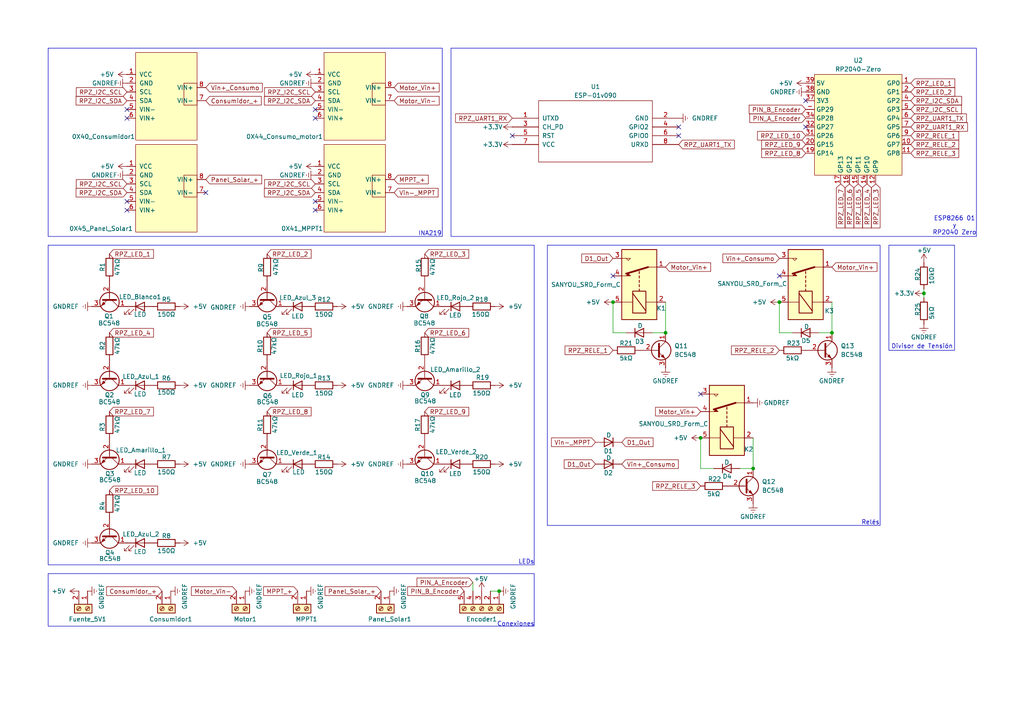
<source format=kicad_sch>
(kicad_sch (version 20231120) (generator "eeschema") (generator_version "8.0")
  (paper "A4")
  (title_block (title "Etapa de Control") (date "28/10/2024") (rev "2") (company "IMPA - Gravicap"))
  (junction (at 241.3 96.52))
  (junction (at 177.8 87.63))
  (junction (at 267.97 85.09))
  (junction (at 193.04 96.52))
  (junction (at 203.2 127))
  (junction (at 226.06 87.63))
  (junction (at 144.78 171.45))
  (junction (at 218.44 135.89))
  (no_connect (at 148.59 39.37))
  (no_connect (at 196.85 39.37))
  (no_connect (at 59.69 55.88))
  (no_connect (at 233.68 36.83))
  (no_connect (at 36.83 58.42))
  (no_connect (at 91.44 60.96))
  (no_connect (at 177.8 80.01))
  (no_connect (at 91.44 58.42))
  (no_connect (at 196.85 36.83))
  (no_connect (at 36.83 34.29))
  (no_connect (at 91.44 34.29))
  (no_connect (at 36.83 31.75))
  (no_connect (at 91.44 31.75))
  (no_connect (at 233.68 29.21))
  (no_connect (at 36.83 60.96))
  (no_connect (at 203.2 114.3))
  (no_connect (at 226.06 80.01))
  (wire (pts (xy 142.24 171.45) (xy 144.78 171.45)))
  (wire (pts (xy 267.97 85.09) (xy 267.97 86.36)))
  (wire (pts (xy 229.87 96.52) (xy 226.06 96.52)))
  (wire (pts (xy 193.04 87.63) (xy 193.04 96.52)))
  (wire (pts (xy 241.3 96.52) (xy 241.3 87.63)))
  (wire (pts (xy 137.16 168.91) (xy 137.16 171.45)))
  (wire (pts (xy 203.2 135.89) (xy 203.2 127)))
  (wire (pts (xy 214.63 135.89) (xy 218.44 135.89)))
  (wire (pts (xy 218.44 135.89) (xy 218.44 127)))
  (wire (pts (xy 181.61 96.52) (xy 177.8 96.52)))
  (wire (pts (xy 177.8 96.52) (xy 177.8 87.63)))
  (wire (pts (xy 226.06 96.52) (xy 226.06 87.63)))
  (wire (pts (xy 267.97 83.82) (xy 267.97 85.09)))
  (wire (pts (xy 207.01 135.89) (xy 203.2 135.89)))
  (wire (pts (xy 189.23 96.52) (xy 193.04 96.52)))
  (wire (pts (xy 237.49 96.52) (xy 241.3 96.52)))
  (rectangle (start 257.81 71.12) (end 276.86 101.6))
  (rectangle (start 158.75 71.12) (end 255.27 152.4))
  (rectangle (start 13.97 13.97) (end 128.27 68.58))
  (rectangle (start 13.97 71.12) (end 154.94 163.83))
  (rectangle (start 13.97 166.37) (end 154.94 181.61))
  (rectangle (start 130.81 13.97) (end 283.21 68.58))
  (text "Relés" (at 252.476 151.638 0) (effects (font (size 1.27 1.27))))
  (text "INA219" (at 124.714 67.818 0) (effects (font (size 1.27 1.27))))
  (text "ESP8266 01\ny\nRP2040 Zero" (at 276.86 65.532 0) (effects (font (size 1.27 1.27))))
  (text "Divisor de Tensión" (at 267.462 100.584 0) (effects (font (size 1.27 1.27))))
  (text "LEDs" (at 152.654 163.068 0) (effects (font (size 1.27 1.27))))
  (text "Conexiones" (at 149.606 181.102 0) (effects (font (size 1.27 1.27))))
  (global_label "RPZ_I2C_SCL" (shape input) (at 36.83 53.34 180) (property "Intersheetrefs" "${INTERSHEET_REFS}" (effects (hide yes))))
  (global_label "RPZ_LED_3" (shape input) (at 254 53.34 270) (property "Intersheetrefs" "${INTERSHEET_REFS}" (effects (hide yes))))
  (global_label "RPZ_LED_3" (shape input) (at 123.19 73.66 0) (property "Intersheetrefs" "${INTERSHEET_REFS}" (effects (hide yes))))
  (global_label "RPZ_RELE_1" (shape input) (at 177.8 101.6 180) (property "Intersheetrefs" "${INTERSHEET_REFS}" (effects (hide yes))))
  (global_label "RPZ_I2C_SDA" (shape input) (at 36.83 29.21 180) (property "Intersheetrefs" "${INTERSHEET_REFS}" (effects (hide yes))))
  (global_label "PIN_B_Encoder" (shape input) (at 233.68 31.75 180) (property "Intersheetrefs" "${INTERSHEET_REFS}" (effects (hide yes))))
  (global_label "RPZ_RELE_2" (shape input) (at 226.06 101.6 180) (property "Intersheetrefs" "${INTERSHEET_REFS}" (effects (hide yes))))
  (global_label "MPPT_+" (shape input) (at 86.36 171.45 180) (property "Intersheetrefs" "${INTERSHEET_REFS}" (effects (hide yes))))
  (global_label "Vin+_Consumo" (shape input) (at 180.34 134.62 0) (property "Intersheetrefs" "${INTERSHEET_REFS}" (effects (hide yes))))
  (global_label "RPZ_LED_9" (shape input) (at 123.19 119.38 0) (property "Intersheetrefs" "${INTERSHEET_REFS}" (effects (hide yes))))
  (global_label "RPZ_I2C_SCL" (shape input) (at 91.44 53.34 180) (property "Intersheetrefs" "${INTERSHEET_REFS}" (effects (hide yes))))
  (global_label "Vin+_Consumo" (shape input) (at 59.69 25.4 0) (property "Intersheetrefs" "${INTERSHEET_REFS}" (effects (hide yes))))
  (global_label "Panel_Solar_+" (shape input) (at 110.49 171.45 180) (property "Intersheetrefs" "${INTERSHEET_REFS}" (effects (hide yes))))
  (global_label "Panel_Solar_+" (shape input) (at 59.69 52.07 0) (property "Intersheetrefs" "${INTERSHEET_REFS}" (effects (hide yes))))
  (global_label "RPZ_LED_6" (shape input) (at 246.38 53.34 270) (property "Intersheetrefs" "${INTERSHEET_REFS}" (effects (hide yes))))
  (global_label "RPZ_I2C_SDA" (shape input) (at 91.44 55.88 180) (property "Intersheetrefs" "${INTERSHEET_REFS}" (effects (hide yes))))
  (global_label "RPZ_LED_5" (shape input) (at 77.47 96.52 0) (property "Intersheetrefs" "${INTERSHEET_REFS}" (effects (hide yes))))
  (global_label "RPZ_LED_4" (shape input) (at 31.75 96.52 0) (property "Intersheetrefs" "${INTERSHEET_REFS}" (effects (hide yes))))
  (global_label "RPZ_RELE_3" (shape input) (at 203.2 140.97 180) (property "Intersheetrefs" "${INTERSHEET_REFS}" (effects (hide yes))))
  (global_label "Motor_Vin-" (shape input) (at 114.3 29.21 0) (property "Intersheetrefs" "${INTERSHEET_REFS}" (effects (hide yes))))
  (global_label "RPZ_LED_10" (shape input) (at 31.75 142.24 0) (property "Intersheetrefs" "${INTERSHEET_REFS}" (effects (hide yes))))
  (global_label "RPZ_I2C_SCL" (shape input) (at 264.16 31.75 0) (property "Intersheetrefs" "${INTERSHEET_REFS}" (effects (hide yes))))
  (global_label "RPZ_LED_6" (shape input) (at 123.19 96.52 0) (property "Intersheetrefs" "${INTERSHEET_REFS}" (effects (hide yes))))
  (global_label "Consumidor_+" (shape input) (at 59.69 29.21 0) (property "Intersheetrefs" "${INTERSHEET_REFS}" (effects (hide yes))))
  (global_label "Motor_Vin+" (shape input) (at 203.2 119.38 180) (property "Intersheetrefs" "${INTERSHEET_REFS}" (effects (hide yes))))
  (global_label "PIN_B_Encoder" (shape input) (at 134.62 171.45 180) (property "Intersheetrefs" "${INTERSHEET_REFS}" (effects (hide yes))))
  (global_label "PIN_A_Encoder" (shape input) (at 233.68 34.29 180) (property "Intersheetrefs" "${INTERSHEET_REFS}" (effects (hide yes))))
  (global_label "RPZ_I2C_SCL" (shape input) (at 91.44 26.67 180) (property "Intersheetrefs" "${INTERSHEET_REFS}" (effects (hide yes))))
  (global_label "RPZ_RELE_3" (shape input) (at 264.16 44.45 0) (property "Intersheetrefs" "${INTERSHEET_REFS}" (effects (hide yes))))
  (global_label "RPZ_LED_10" (shape input) (at 233.68 39.37 180) (property "Intersheetrefs" "${INTERSHEET_REFS}" (effects (hide yes))))
  (global_label "RPZ_UART1_RX" (shape input) (at 264.16 36.83 0) (property "Intersheetrefs" "${INTERSHEET_REFS}" (effects (hide yes))))
  (global_label "RPZ_UART1_TX" (shape input) (at 264.16 34.29 0) (property "Intersheetrefs" "${INTERSHEET_REFS}" (effects (hide yes))))
  (global_label "RPZ_LED_4" (shape input) (at 251.46 53.34 270) (property "Intersheetrefs" "${INTERSHEET_REFS}" (effects (hide yes))))
  (global_label "RPZ_I2C_SDA" (shape input) (at 91.44 29.21 180) (property "Intersheetrefs" "${INTERSHEET_REFS}" (effects (hide yes))))
  (global_label "Motor_Vin-" (shape input) (at 68.58 171.45 180) (property "Intersheetrefs" "${INTERSHEET_REFS}" (effects (hide yes))))
  (global_label "RPZ_LED_5" (shape input) (at 248.92 53.34 270) (property "Intersheetrefs" "${INTERSHEET_REFS}" (effects (hide yes))))
  (global_label "RPZ_LED_7" (shape input) (at 243.84 53.34 270) (property "Intersheetrefs" "${INTERSHEET_REFS}" (effects (hide yes))))
  (global_label "Motor_Vin+" (shape input) (at 241.3 77.47 0) (property "Intersheetrefs" "${INTERSHEET_REFS}" (effects (hide yes))))
  (global_label "Motor_Vin+" (shape input) (at 193.04 77.47 0) (property "Intersheetrefs" "${INTERSHEET_REFS}" (effects (hide yes))))
  (global_label "RPZ_LED_2" (shape input) (at 77.47 73.66 0) (property "Intersheetrefs" "${INTERSHEET_REFS}" (effects (hide yes))))
  (global_label "RPZ_UART1_TX" (shape input) (at 196.85 41.91 0) (property "Intersheetrefs" "${INTERSHEET_REFS}" (effects (hide yes))))
  (global_label "RPZ_I2C_SDA" (shape input) (at 264.16 29.21 0) (property "Intersheetrefs" "${INTERSHEET_REFS}" (effects (hide yes))))
  (global_label "D1_Out" (shape input) (at 172.72 134.62 180) (property "Intersheetrefs" "${INTERSHEET_REFS}" (effects (hide yes))))
  (global_label "RPZ_LED_8" (shape input) (at 233.68 44.45 180) (property "Intersheetrefs" "${INTERSHEET_REFS}" (effects (hide yes))))
  (global_label "Consumidor_+" (shape input) (at 46.99 171.45 180) (property "Intersheetrefs" "${INTERSHEET_REFS}" (effects (hide yes))))
  (global_label "RPZ_UART1_RX" (shape input) (at 148.59 34.29 180) (property "Intersheetrefs" "${INTERSHEET_REFS}" (effects (hide yes))))
  (global_label "RPZ_LED_8" (shape input) (at 77.47 119.38 0) (property "Intersheetrefs" "${INTERSHEET_REFS}" (effects (hide yes))))
  (global_label "PIN_A_Encoder" (shape input) (at 137.16 168.91 180) (property "Intersheetrefs" "${INTERSHEET_REFS}" (effects (hide yes))))
  (global_label "RPZ_LED_7" (shape input) (at 31.75 119.38 0) (property "Intersheetrefs" "${INTERSHEET_REFS}" (effects (hide yes))))
  (global_label "RPZ_RELE_2" (shape input) (at 264.16 41.91 0) (property "Intersheetrefs" "${INTERSHEET_REFS}" (effects (hide yes))))
  (global_label "Vin-_MPPT" (shape input) (at 114.3 55.88 0) (property "Intersheetrefs" "${INTERSHEET_REFS}" (effects (hide yes))))
  (global_label "RPZ_RELE_1" (shape input) (at 264.16 39.37 0) (property "Intersheetrefs" "${INTERSHEET_REFS}" (effects (hide yes))))
  (global_label "RPZ_LED_1" (shape input) (at 31.75 73.66 0) (property "Intersheetrefs" "${INTERSHEET_REFS}" (effects (hide yes))))
  (global_label "RPZ_LED_1" (shape input) (at 264.16 24.13 0) (property "Intersheetrefs" "${INTERSHEET_REFS}" (effects (hide yes))))
  (global_label "Vin-_MPPT" (shape input) (at 172.72 128.27 180) (property "Intersheetrefs" "${INTERSHEET_REFS}" (effects (hide yes))))
  (global_label "Motor_Vin+" (shape input) (at 114.3 25.4 0) (property "Intersheetrefs" "${INTERSHEET_REFS}" (effects (hide yes))))
  (global_label "MPPT_+" (shape input) (at 114.3 52.07 0) (property "Intersheetrefs" "${INTERSHEET_REFS}" (effects (hide yes))))
  (global_label "D1_Out" (shape input) (at 177.8 74.93 180) (property "Intersheetrefs" "${INTERSHEET_REFS}" (effects (hide yes))))
  (global_label "D1_Out" (shape input) (at 180.34 128.27 0) (property "Intersheetrefs" "${INTERSHEET_REFS}" (effects (hide yes))))
  (global_label "Vin+_Consumo" (shape input) (at 226.06 74.93 180) (property "Intersheetrefs" "${INTERSHEET_REFS}" (effects (hide yes))))
  (global_label "RPZ_I2C_SCL" (shape input) (at 36.83 26.67 180) (property "Intersheetrefs" "${INTERSHEET_REFS}" (effects (hide yes))))
  (global_label "RPZ_LED_9" (shape input) (at 233.68 41.91 180) (property "Intersheetrefs" "${INTERSHEET_REFS}" (effects (hide yes))))
  (global_label "RPZ_I2C_SDA" (shape input) (at 36.83 55.88 180) (property "Intersheetrefs" "${INTERSHEET_REFS}" (effects (hide yes))))
  (global_label "RPZ_LED_2" (shape input) (at 264.16 26.67 0) (property "Intersheetrefs" "${INTERSHEET_REFS}" (effects (hide yes))))
  (symbol (lib_id "Device:R") (at 139.7 111.76 270) (unit 1)
    (property "Reference" "R19" (at 139.954 109.474 90))
    (property "Value" "150Ω" (at 139.7 114.046 90))
    (property "Footprint" "Resistor_THT:R_Axial_DIN0204_L3.6mm_D1.6mm_P7.62mm_Horizontal" (effects (hide yes)))
    (property "Description" "Resistor" (effects (hide yes)))
  )
  (symbol (lib_id "Device:R") (at 93.98 134.62 270) (unit 1)
    (property "Reference" "R14" (at 93.98 132.588 90))
    (property "Value" "150Ω" (at 93.98 136.906 90))
    (property "Footprint" "Resistor_THT:R_Axial_DIN0204_L3.6mm_D1.6mm_P7.62mm_Horizontal" (effects (hide yes)))
    (property "Description" "Resistor" (effects (hide yes)))
  )
  (symbol (lib_id "Device:R") (at 31.75 146.05 180) (unit 1)
    (property "Reference" "R4" (at 29.718 148.082 90) (effects (justify right)))
    (property "Value" "47kΩ" (at 34.036 148.59 90) (effects (justify right)))
    (property "Footprint" "Resistor_THT:R_Axial_DIN0204_L3.6mm_D1.6mm_P7.62mm_Horizontal" (effects (hide yes)))
    (property "Description" "Resistor" (effects (hide yes)))
  )
  (symbol (lib_id "Device:R") (at 267.97 90.17 180) (unit 1)
    (property "Reference" "R25" (at 266.192 91.694 90) (effects (justify right)))
    (property "Value" "5kΩ" (at 270.256 92.71 90) (effects (justify right)))
    (property "Footprint" "Resistor_THT:R_Axial_DIN0204_L3.6mm_D1.6mm_P7.62mm_Horizontal" (effects (hide yes)))
    (property "Description" "Resistor" (effects (hide yes)))
  )
  (symbol (lib_id "Transistor_BJT:BC548") (at 190.5 101.6 0) (unit 1)
    (property "Reference" "Q11" (at 195.58 100.3299 0) (effects (justify left)))
    (property "Value" "BC548" (at 195.58 102.8699 0) (effects (justify left)))
    (property "Footprint" "Package_TO_SOT_THT:TO-92_Inline" (effects (hide yes)))
    (property "Datasheet" "https://www.onsemi.com/pub/Collateral/BC550-D.pdf" (effects (hide yes)))
    (property "Description" "0.1A Ic, 30V Vce, Small Signal NPN Transistor, TO-92" (effects (hide yes)))
  )
  (symbol (lib_id "power:+5V") (at 203.2 127 90) (unit 1)
    (property "Reference" "#PWR043" (effects (hide yes)))
    (property "Value" "+5V" (at 199.39 126.9999 90) (effects (justify left)))
    (property "Description" "Power symbol creates a global label with name \"+5V\"" (effects (hide yes)))
  )
  (symbol (lib_id "power:+5V") (at 143.51 111.76 270) (unit 1)
    (property "Reference" "#PWR035" (effects (hide yes)))
    (property "Value" "+5V" (at 147.32 111.7599 90) (effects (justify left)))
    (property "Description" "Power symbol creates a global label with name \"+5V\"" (effects (hide yes)))
  )
  (symbol (lib_id "power:GNDREF") (at 233.68 26.67 270) (unit 1)
    (property "Reference" "#PWR048" (effects (hide yes)))
    (property "Value" "GNDREF" (at 227.076 26.67 90))
    (property "Description" "Power symbol creates a global label with name \"GNDREF\" , reference supply ground" (effects (hide yes)))
  )
  (symbol (lib_id "power:GNDREF") (at 118.11 111.76 270) (unit 1)
    (property "Reference" "#PWR031" (effects (hide yes)))
    (property "Value" "GNDREF" (at 114.3 111.7599 90) (effects (justify right)))
    (property "Description" "Power symbol creates a global label with name \"GNDREF\" , reference supply ground" (effects (hide yes)))
  )
  (symbol (lib_id "Connector:Screw_Terminal_01x05") (at 139.7 176.53 270) (unit 1)
    (property "Reference" "Encoder1" (at 139.7 179.59 90))
    (property "Value" "Screw_Terminal_01x05" (effects (hide yes)))
    (property "Footprint" "TerminalBlock:TerminalBlock_bornier-5_P5.08mm" (effects (hide yes)))
    (property "Description" "Generic screw terminal, single row, 01x05, script generated (kicad-library-utils/schlib/autogen/connector/)" (effects (hide yes)))
  )
  (symbol (lib_id "power:GNDREF") (at 144.78 171.45 90) (unit 1)
    (property "Reference" "#PWR037" (effects (hide yes)))
    (property "Value" "GNDREF" (at 148.844 172.974 0))
    (property "Description" "Power symbol creates a global label with name \"GNDREF\" , reference supply ground" (effects (hide yes)))
  )
  (symbol (lib_name "module_ina219_2") (lib_id "usini_sensors:module_ina219") (at 91.44 26.67 0) (unit 1)
    (property "Reference" "0X44_Consumo_motor1" (at 71.374 39.624 0) (effects (justify left)))
    (property "Value" "module_ina219" (effects (hide yes)))
    (property "Footprint" "RP2040-Zero:module_ina219" (effects (hide yes)))
  )
  (symbol (lib_id "Device:R") (at 77.47 123.19 180) (unit 1)
    (property "Reference" "R11" (at 75.438 125.222 90) (effects (justify right)))
    (property "Value" "47kΩ" (at 79.756 125.73 90) (effects (justify right)))
    (property "Footprint" "Resistor_THT:R_Axial_DIN0204_L3.6mm_D1.6mm_P7.62mm_Horizontal" (effects (hide yes)))
    (property "Description" "Resistor" (effects (hide yes)))
  )
  (symbol (lib_id "Device:R") (at 48.26 157.48 270) (unit 1)
    (property "Reference" "R8" (at 48.26 155.448 90))
    (property "Value" "150Ω" (at 48.26 159.766 90))
    (property "Footprint" "Resistor_THT:R_Axial_DIN0204_L3.6mm_D1.6mm_P7.62mm_Horizontal" (effects (hide yes)))
    (property "Description" "Resistor" (effects (hide yes)))
  )
  (symbol (lib_id "power:+3.3V") (at 148.59 41.91 90) (unit 1)
    (property "Reference" "#PWR039" (effects (hide yes)))
    (property "Value" "+3.3V" (at 145.796 41.91 90) (effects (justify left)))
    (property "Description" "Power symbol creates a global label with name \"+3.3V\"" (effects (hide yes)))
  )
  (symbol (lib_id "power:GNDREF") (at 118.11 134.62 270) (unit 1)
    (property "Reference" "#PWR032" (effects (hide yes)))
    (property "Value" "GNDREF" (at 114.3 134.6199 90) (effects (justify right)))
    (property "Description" "Power symbol creates a global label with name \"GNDREF\" , reference supply ground" (effects (hide yes)))
  )
  (symbol (lib_id "Device:D") (at 176.53 134.62 180) (unit 1)
    (property "Reference" "D2" (at 177.8001 137.16 0) (effects (justify left)))
    (property "Value" "D" (at 177.292 132.842 0) (effects (justify left)))
    (property "Footprint" "Diode_THT:D_5W_P10.16mm_Horizontal" (effects (hide yes)))
    (property "Description" "Diode" (effects (hide yes)))
    (property "Sim.Device" "D" (effects (hide yes)))
    (property "Sim.Pins" "1=K 2=A" (effects (hide yes)))
  )
  (symbol (lib_id "ESP8266:ESP-01v090") (at 172.72 38.1 0) (unit 1)
    (property "Reference" "U1" (at 172.72 25.146 0))
    (property "Value" "ESP-01v090" (at 172.72 27.686 0))
    (property "Footprint" "RP2040-Zero:ESP-01" (effects (hide yes)))
    (property "Datasheet" "http://l0l.org.uk/2014/12/esp8266-modules-hardware-guide-gotta-catch-em-all/" (effects (hide yes)))
    (property "Description" "ESP8266 ESP-01 module, v090" (effects (hide yes)))
  )
  (symbol (lib_id "Relay:SANYOU_SRD_Form_C") (at 185.42 82.55 90) (unit 1)
    (property "Reference" "K1" (at 191.77 89.408 90))
    (property "Value" "SANYOU_SRD_Form_C" (at 169.926 82.55 90))
    (property "Footprint" "Relay_THT:Relay_SPDT_SANYOU_SRD_Series_Form_C" (effects (hide yes)))
    (property "Datasheet" "http://www.sanyourelay.ca/public/products/pdf/SRD.pdf" (effects (hide yes)))
    (property "Description" "Sanyo SRD relay, Single Pole Miniature Power Relay," (effects (hide yes)))
  )
  (symbol (lib_id "Device:LED") (at 132.08 88.9 0) (unit 1)
    (property "Reference" "LED_Rojo_2" (at 132.08 86.36 0))
    (property "Value" "LED" (at 132.08 91.44 0))
    (property "Footprint" "LED_THT:LED_D3.0mm" (effects (hide yes)))
    (property "Description" "Light emitting diode" (effects (hide yes)))
  )
  (symbol (lib_id "Device:R") (at 123.19 77.47 180) (unit 1)
    (property "Reference" "R15" (at 121.412 78.994 90) (effects (justify right)))
    (property "Value" "47kΩ" (at 125.476 80.01 90) (effects (justify right)))
    (property "Footprint" "Resistor_THT:R_Axial_DIN0204_L3.6mm_D1.6mm_P7.62mm_Horizontal" (effects (hide yes)))
    (property "Description" "Resistor" (effects (hide yes)))
  )
  (symbol (lib_id "power:GNDREF") (at 49.53 171.45 90) (unit 1)
    (property "Reference" "#PWR011" (effects (hide yes)))
    (property "Value" "GNDREF" (at 53.594 172.974 0))
    (property "Description" "Power symbol creates a global label with name \"GNDREF\" , reference supply ground" (effects (hide yes)))
  )
  (symbol (lib_id "power:+5V") (at 36.83 48.26 90) (unit 1)
    (property "Reference" "#PWR09" (effects (hide yes)))
    (property "Value" "+5V" (at 33.02 48.2599 90) (effects (justify left)))
    (property "Description" "Power symbol creates a global label with name \"+5V\"" (effects (hide yes)))
  )
  (symbol (lib_id "Connector:Screw_Terminal_01x02") (at 88.9 176.53 270) (unit 1)
    (property "Reference" "MPPT1" (at 88.9 179.59 90))
    (property "Value" "Screw_Terminal_01x02" (effects (hide yes)))
    (property "Footprint" "TerminalBlock:TerminalBlock_bornier-2_P5.08mm" (effects (hide yes)))
    (property "Description" "Generic screw terminal, single row, 01x02, script generated (kicad-library-utils/schlib/autogen/connector/)" (effects (hide yes)))
  )
  (symbol (lib_id "Transistor_BJT:BC548") (at 77.47 109.22 270) (unit 1)
    (property "Reference" "Q6" (at 76.2 114.808 90) (effects (justify left)))
    (property "Value" "BC548" (at 74.422 116.586 90) (effects (justify left)))
    (property "Footprint" "Package_TO_SOT_THT:TO-92_Inline" (effects (hide yes)))
    (property "Datasheet" "https://www.onsemi.com/pub/Collateral/BC550-D.pdf" (effects (hide yes)))
    (property "Description" "0.1A Ic, 30V Vce, Small Signal NPN Transistor, TO-92" (effects (hide yes)))
  )
  (symbol (lib_id "power:GNDREF") (at 218.44 146.05 0) (unit 1)
    (property "Reference" "#PWR045" (effects (hide yes)))
    (property "Value" "GNDREF" (at 218.44 149.86 0))
    (property "Description" "Power symbol creates a global label with name \"GNDREF\" , reference supply ground" (effects (hide yes)))
  )
  (symbol (lib_id "power:+5V") (at 139.7 171.45 0) (unit 1)
    (property "Reference" "#PWR033" (effects (hide yes)))
    (property "Value" "+5V" (at 139.446 167.894 0))
    (property "Description" "Power symbol creates a global label with name \"+5V\"" (effects (hide yes)))
  )
  (symbol (lib_name "module_ina219_3") (lib_id "usini_sensors:module_ina219") (at 36.83 26.67 0) (unit 1)
    (property "Reference" "0X40_Consumidor1" (at 20.828 39.624 0) (effects (justify left)))
    (property "Value" "module_ina219" (effects (hide yes)))
    (property "Footprint" "RP2040-Zero:module_ina219" (effects (hide yes)))
  )
  (symbol (lib_id "Device:D") (at 210.82 135.89 0) (unit 1)
    (property "Reference" "D4" (at 209.55 138.176 0) (effects (justify left)))
    (property "Value" "D" (at 210.058 134.112 0) (effects (justify left)))
    (property "Footprint" "Diode_THT:D_5W_P10.16mm_Horizontal" (effects (hide yes)))
    (property "Description" "Diode" (effects (hide yes)))
    (property "Sim.Device" "D" (effects (hide yes)))
    (property "Sim.Pins" "1=K 2=A" (effects (hide yes)))
  )
  (symbol (lib_id "Device:LED") (at 132.08 134.62 0) (unit 1)
    (property "Reference" "LED_Verde_2" (at 132.334 131.064 0))
    (property "Value" "LED" (at 132.08 137.414 0))
    (property "Footprint" "LED_THT:LED_D3.0mm" (effects (hide yes)))
    (property "Description" "Light emitting diode" (effects (hide yes)))
  )
  (symbol (lib_id "power:+5V") (at 52.07 157.48 270) (unit 1)
    (property "Reference" "#PWR015" (effects (hide yes)))
    (property "Value" "+5V" (at 55.88 157.4799 90) (effects (justify left)))
    (property "Description" "Power symbol creates a global label with name \"+5V\"" (effects (hide yes)))
  )
  (symbol (lib_id "Device:R") (at 267.97 80.01 180) (unit 1)
    (property "Reference" "R24" (at 266.192 81.534 90) (effects (justify right)))
    (property "Value" "10kΩ" (at 270.256 82.55 90) (effects (justify right)))
    (property "Footprint" "Resistor_THT:R_Axial_DIN0204_L3.6mm_D1.6mm_P7.62mm_Horizontal" (effects (hide yes)))
    (property "Description" "Resistor" (effects (hide yes)))
  )
  (symbol (lib_id "power:+5V") (at 226.06 87.63 90) (unit 1)
    (property "Reference" "#PWR046" (effects (hide yes)))
    (property "Value" "+5V" (at 222.25 87.6299 90) (effects (justify left)))
    (property "Description" "Power symbol creates a global label with name \"+5V\"" (effects (hide yes)))
  )
  (symbol (lib_id "Connector:Screw_Terminal_01x02") (at 71.12 176.53 270) (unit 1)
    (property "Reference" "Motor1" (at 71.12 179.59 90))
    (property "Value" "Screw_Terminal_01x02" (effects (hide yes)))
    (property "Footprint" "TerminalBlock:TerminalBlock_bornier-2_P5.08mm" (effects (hide yes)))
    (property "Description" "Generic screw terminal, single row, 01x02, script generated (kicad-library-utils/schlib/autogen/connector/)" (effects (hide yes)))
  )
  (symbol (lib_id "Device:R") (at 181.61 101.6 270) (unit 1)
    (property "Reference" "R21" (at 181.61 99.568 90))
    (property "Value" "5kΩ" (at 181.61 103.886 90))
    (property "Footprint" "Resistor_THT:R_Axial_DIN0204_L3.6mm_D1.6mm_P7.62mm_Horizontal" (effects (hide yes)))
    (property "Description" "Resistor" (effects (hide yes)))
  )
  (symbol (lib_id "Transistor_BJT:BC548") (at 123.19 132.08 270) (unit 1)
    (property "Reference" "Q10" (at 121.92 137.414 90) (effects (justify left)))
    (property "Value" "BC548" (at 120.142 139.446 90) (effects (justify left)))
    (property "Footprint" "Package_TO_SOT_THT:TO-92_Inline" (effects (hide yes)))
    (property "Datasheet" "https://www.onsemi.com/pub/Collateral/BC550-D.pdf" (effects (hide yes)))
    (property "Description" "0.1A Ic, 30V Vce, Small Signal NPN Transistor, TO-92" (effects (hide yes)))
  )
  (symbol (lib_id "Transistor_BJT:BC548") (at 123.19 86.36 270) (unit 1)
    (property "Reference" "Q8" (at 121.666 91.694 90) (effects (justify left)))
    (property "Value" "BC548" (at 119.888 93.726 90) (effects (justify left)))
    (property "Footprint" "Package_TO_SOT_THT:TO-92_Inline" (effects (hide yes)))
    (property "Datasheet" "https://www.onsemi.com/pub/Collateral/BC550-D.pdf" (effects (hide yes)))
    (property "Description" "0.1A Ic, 30V Vce, Small Signal NPN Transistor, TO-92" (effects (hide yes)))
  )
  (symbol (lib_id "power:GNDREF") (at 25.4 171.45 90) (unit 1)
    (property "Reference" "#PWR02" (effects (hide yes)))
    (property "Value" "GNDREF" (at 29.464 172.974 0))
    (property "Description" "Power symbol creates a global label with name \"GNDREF\" , reference supply ground" (effects (hide yes)))
  )
  (symbol (lib_id "Transistor_BJT:BC548") (at 31.75 132.08 270) (unit 1)
    (property "Reference" "Q3" (at 30.48 137.414 90) (effects (justify left)))
    (property "Value" "BC548" (at 28.702 139.192 90) (effects (justify left)))
    (property "Footprint" "Package_TO_SOT_THT:TO-92_Inline" (effects (hide yes)))
    (property "Datasheet" "https://www.onsemi.com/pub/Collateral/BC550-D.pdf" (effects (hide yes)))
    (property "Description" "0.1A Ic, 30V Vce, Small Signal NPN Transistor, TO-92" (effects (hide yes)))
  )
  (symbol (lib_id "power:+5V") (at 36.83 21.59 90) (unit 1)
    (property "Reference" "#PWR07" (effects (hide yes)))
    (property "Value" "+5V" (at 33.02 21.5899 90) (effects (justify left)))
    (property "Description" "Power symbol creates a global label with name \"+5V\"" (effects (hide yes)))
  )
  (symbol (lib_id "Transistor_BJT:BC548") (at 31.75 86.36 270) (unit 1)
    (property "Reference" "Q1" (at 30.226 91.694 90) (effects (justify left)))
    (property "Value" "BC548" (at 28.448 93.726 90) (effects (justify left)))
    (property "Footprint" "Package_TO_SOT_THT:TO-92_Inline" (effects (hide yes)))
    (property "Datasheet" "https://www.onsemi.com/pub/Collateral/BC550-D.pdf" (effects (hide yes)))
    (property "Description" "0.1A Ic, 30V Vce, Small Signal NPN Transistor, TO-92" (effects (hide yes)))
  )
  (symbol (lib_name "module_ina219_1") (lib_id "usini_sensors:module_ina219") (at 91.44 53.34 0) (unit 1)
    (property "Reference" "0X41_MPPT1" (at 81.534 66.294 0) (effects (justify left)))
    (property "Value" "module_ina219" (effects (hide yes)))
    (property "Footprint" "RP2040-Zero:module_ina219" (effects (hide yes)))
  )
  (symbol (lib_id "power:GNDREF") (at 88.9 171.45 90) (unit 1)
    (property "Reference" "#PWR021" (effects (hide yes)))
    (property "Value" "GNDREF" (at 92.964 172.974 0))
    (property "Description" "Power symbol creates a global label with name \"GNDREF\" , reference supply ground" (effects (hide yes)))
  )
  (symbol (lib_id "power:GNDREF") (at 72.39 111.76 270) (unit 1)
    (property "Reference" "#PWR019" (effects (hide yes)))
    (property "Value" "GNDREF" (at 68.58 111.7599 90) (effects (justify right)))
    (property "Description" "Power symbol creates a global label with name \"GNDREF\" , reference supply ground" (effects (hide yes)))
  )
  (symbol (lib_id "power:+5V") (at 267.97 76.2 0) (unit 1)
    (property "Reference" "#PWR050" (effects (hide yes)))
    (property "Value" "+5V" (at 267.97 72.644 0))
    (property "Description" "Power symbol creates a global label with name \"+5V\"" (effects (hide yes)))
  )
  (symbol (lib_id "power:+5V") (at 52.07 134.62 270) (unit 1)
    (property "Reference" "#PWR014" (effects (hide yes)))
    (property "Value" "+5V" (at 55.88 134.6199 90) (effects (justify left)))
    (property "Description" "Power symbol creates a global label with name \"+5V\"" (effects (hide yes)))
  )
  (symbol (lib_id "power:+5V") (at 91.44 21.59 90) (unit 1)
    (property "Reference" "#PWR022" (effects (hide yes)))
    (property "Value" "+5V" (at 87.63 21.5899 90) (effects (justify left)))
    (property "Description" "Power symbol creates a global label with name \"+5V\"" (effects (hide yes)))
  )
  (symbol (lib_id "power:GNDREF") (at 193.04 106.68 0) (unit 1)
    (property "Reference" "#PWR041" (effects (hide yes)))
    (property "Value" "GNDREF" (at 193.04 110.49 0))
    (property "Description" "Power symbol creates a global label with name \"GNDREF\" , reference supply ground" (effects (hide yes)))
  )
  (symbol (lib_id "power:GNDREF") (at 196.85 34.29 90) (unit 1)
    (property "Reference" "#PWR042" (effects (hide yes)))
    (property "Value" "GNDREF" (at 200.66 34.2899 90) (effects (justify right)))
    (property "Description" "Power symbol creates a global label with name \"GNDREF\" , reference supply ground" (effects (hide yes)))
  )
  (symbol (lib_id "Connector:Screw_Terminal_01x02") (at 113.03 176.53 270) (unit 1)
    (property "Reference" "Panel_Solar1" (at 113.03 179.59 90))
    (property "Value" "Screw_Terminal_01x02" (effects (hide yes)))
    (property "Footprint" "TerminalBlock:TerminalBlock_bornier-2_P5.08mm" (effects (hide yes)))
    (property "Description" "Generic screw terminal, single row, 01x02, script generated (kicad-library-utils/schlib/autogen/connector/)" (effects (hide yes)))
  )
  (symbol (lib_id "power:GNDREF") (at 91.44 24.13 270) (unit 1)
    (property "Reference" "#PWR023" (effects (hide yes)))
    (property "Value" "GNDREF" (at 84.836 24.13 90))
    (property "Description" "Power symbol creates a global label with name \"GNDREF\" , reference supply ground" (effects (hide yes)))
  )
  (symbol (lib_id "power:GNDREF") (at 26.67 134.62 270) (unit 1)
    (property "Reference" "#PWR05" (effects (hide yes)))
    (property "Value" "GNDREF" (at 22.86 134.6199 90) (effects (justify right)))
    (property "Description" "Power symbol creates a global label with name \"GNDREF\" , reference supply ground" (effects (hide yes)))
  )
  (symbol (lib_id "Device:R") (at 123.19 123.19 180) (unit 1)
    (property "Reference" "R17" (at 121.158 125.222 90) (effects (justify right)))
    (property "Value" "47kΩ" (at 125.476 125.73 90) (effects (justify right)))
    (property "Footprint" "Resistor_THT:R_Axial_DIN0204_L3.6mm_D1.6mm_P7.62mm_Horizontal" (effects (hide yes)))
    (property "Description" "Resistor" (effects (hide yes)))
  )
  (symbol (lib_id "RP2040-Zero:RP2040-Zero") (at 248.92 29.21 0) (unit 1)
    (property "Reference" "U2" (at 248.92 17.526 0))
    (property "Value" "RP2040-Zero" (at 248.92 20.066 0))
    (property "Footprint" "GraviCap:RP2040 Zero" (effects (hide yes)))
  )
  (symbol (lib_id "power:GNDREF") (at 91.44 50.8 270) (unit 1)
    (property "Reference" "#PWR025" (effects (hide yes)))
    (property "Value" "GNDREF" (at 84.836 50.8 90))
    (property "Description" "Power symbol creates a global label with name \"GNDREF\" , reference supply ground" (effects (hide yes)))
  )
  (symbol (lib_id "Device:R") (at 93.98 88.9 270) (unit 1)
    (property "Reference" "R12" (at 93.98 86.868 90))
    (property "Value" "150Ω" (at 93.98 91.186 90))
    (property "Footprint" "Resistor_THT:R_Axial_DIN0204_L3.6mm_D1.6mm_P7.62mm_Horizontal" (effects (hide yes)))
    (property "Description" "Resistor" (effects (hide yes)))
  )
  (symbol (lib_id "power:+5V") (at 91.44 48.26 90) (unit 1)
    (property "Reference" "#PWR024" (effects (hide yes)))
    (property "Value" "+5V" (at 87.63 48.2599 90) (effects (justify left)))
    (property "Description" "Power symbol creates a global label with name \"+5V\"" (effects (hide yes)))
  )
  (symbol (lib_id "Device:R") (at 139.7 134.62 270) (unit 1)
    (property "Reference" "R20" (at 139.7 132.588 90))
    (property "Value" "150Ω" (at 139.7 136.906 90))
    (property "Footprint" "Resistor_THT:R_Axial_DIN0204_L3.6mm_D1.6mm_P7.62mm_Horizontal" (effects (hide yes)))
    (property "Description" "Resistor" (effects (hide yes)))
  )
  (symbol (lib_id "Transistor_BJT:BC548") (at 77.47 132.08 270) (unit 1)
    (property "Reference" "Q7" (at 77.47 137.668 90))
    (property "Value" "BC548" (at 77.47 139.7 90))
    (property "Footprint" "Package_TO_SOT_THT:TO-92_Inline" (effects (hide yes)))
    (property "Datasheet" "https://www.onsemi.com/pub/Collateral/BC550-D.pdf" (effects (hide yes)))
    (property "Description" "0.1A Ic, 30V Vce, Small Signal NPN Transistor, TO-92" (effects (hide yes)))
  )
  (symbol (lib_id "Device:LED") (at 40.64 157.48 0) (unit 1)
    (property "Reference" "LED_Azul_2" (at 40.894 154.94 0))
    (property "Value" "LED" (at 40.64 160.02 0))
    (property "Footprint" "LED_THT:LED_D3.0mm" (effects (hide yes)))
    (property "Description" "Light emitting diode" (effects (hide yes)))
  )
  (symbol (lib_id "power:GNDREF") (at 113.03 171.45 90) (unit 1)
    (property "Reference" "#PWR029" (effects (hide yes)))
    (property "Value" "GNDREF" (at 117.094 172.974 0))
    (property "Description" "Power symbol creates a global label with name \"GNDREF\" , reference supply ground" (effects (hide yes)))
  )
  (symbol (lib_id "Device:R") (at 123.19 100.33 180) (unit 1)
    (property "Reference" "R16" (at 121.158 102.362 90) (effects (justify right)))
    (property "Value" "47kΩ" (at 125.476 102.87 90) (effects (justify right)))
    (property "Footprint" "Resistor_THT:R_Axial_DIN0204_L3.6mm_D1.6mm_P7.62mm_Horizontal" (effects (hide yes)))
    (property "Description" "Resistor" (effects (hide yes)))
  )
  (symbol (lib_id "power:GNDREF") (at 241.3 106.68 0) (unit 1)
    (property "Reference" "#PWR049" (effects (hide yes)))
    (property "Value" "GNDREF" (at 241.3 110.49 0))
    (property "Description" "Power symbol creates a global label with name \"GNDREF\" , reference supply ground" (effects (hide yes)))
  )
  (symbol (lib_id "Device:R") (at 77.47 77.47 180) (unit 1)
    (property "Reference" "R9" (at 75.692 78.994 90) (effects (justify right)))
    (property "Value" "47kΩ" (at 80.01 80.01 90) (effects (justify right)))
    (property "Footprint" "Resistor_THT:R_Axial_DIN0204_L3.6mm_D1.6mm_P7.62mm_Horizontal" (effects (hide yes)))
    (property "Description" "Resistor" (effects (hide yes)))
  )
  (symbol (lib_id "power:+5V") (at 97.79 111.76 270) (unit 1)
    (property "Reference" "#PWR027" (effects (hide yes)))
    (property "Value" "+5V" (at 101.6 111.7599 90) (effects (justify left)))
    (property "Description" "Power symbol creates a global label with name \"+5V\"" (effects (hide yes)))
  )
  (symbol (lib_id "power:+3.3V") (at 267.97 85.09 90) (unit 1)
    (property "Reference" "#PWR051" (effects (hide yes)))
    (property "Value" "+3.3V" (at 265.176 85.09 90) (effects (justify left)))
    (property "Description" "Power symbol creates a global label with name \"+3.3V\"" (effects (hide yes)))
  )
  (symbol (lib_id "Device:R") (at 139.7 88.9 270) (unit 1)
    (property "Reference" "R18" (at 139.7 86.868 90))
    (property "Value" "150Ω" (at 139.446 91.186 90))
    (property "Footprint" "Resistor_THT:R_Axial_DIN0204_L3.6mm_D1.6mm_P7.62mm_Horizontal" (effects (hide yes)))
    (property "Description" "Resistor" (effects (hide yes)))
  )
  (symbol (lib_id "Device:R") (at 48.26 111.76 270) (unit 1)
    (property "Reference" "R6" (at 48.26 109.728 90))
    (property "Value" "150Ω" (at 48.26 113.792 90))
    (property "Footprint" "Resistor_THT:R_Axial_DIN0204_L3.6mm_D1.6mm_P7.62mm_Horizontal" (effects (hide yes)))
    (property "Description" "Resistor" (effects (hide yes)))
  )
  (symbol (lib_id "usini_sensors:module_ina219") (at 36.83 53.34 0) (unit 1)
    (property "Reference" "0X45_Panel_Solar1" (at 20.066 66.294 0) (effects (justify left)))
    (property "Value" "module_ina219" (effects (hide yes)))
    (property "Footprint" "RP2040-Zero:module_ina219" (effects (hide yes)))
  )
  (symbol (lib_id "power:+5V") (at 22.86 171.45 90) (unit 1)
    (property "Reference" "#PWR01" (effects (hide yes)))
    (property "Value" "+5V" (at 19.05 171.4499 90) (effects (justify left)))
    (property "Description" "Power symbol creates a global label with name \"+5V\"" (effects (hide yes)))
  )
  (symbol (lib_id "Transistor_BJT:BC548") (at 77.47 86.36 270) (unit 1)
    (property "Reference" "Q5" (at 77.47 91.948 90))
    (property "Value" "BC548" (at 77.47 93.98 90))
    (property "Footprint" "Package_TO_SOT_THT:TO-92_Inline" (effects (hide yes)))
    (property "Datasheet" "https://www.onsemi.com/pub/Collateral/BC550-D.pdf" (effects (hide yes)))
    (property "Description" "0.1A Ic, 30V Vce, Small Signal NPN Transistor, TO-92" (effects (hide yes)))
  )
  (symbol (lib_id "power:+5V") (at 97.79 88.9 270) (unit 1)
    (property "Reference" "#PWR026" (effects (hide yes)))
    (property "Value" "+5V" (at 101.6 88.8999 90) (effects (justify left)))
    (property "Description" "Power symbol creates a global label with name \"+5V\"" (effects (hide yes)))
  )
  (symbol (lib_id "power:+3.3V") (at 148.59 36.83 90) (unit 1)
    (property "Reference" "#PWR038" (effects (hide yes)))
    (property "Value" "+3.3V" (at 145.796 36.83 90) (effects (justify left)))
    (property "Description" "Power symbol creates a global label with name \"+3.3V\"" (effects (hide yes)))
  )
  (symbol (lib_id "power:GNDREF") (at 72.39 134.62 270) (unit 1)
    (property "Reference" "#PWR020" (effects (hide yes)))
    (property "Value" "GNDREF" (at 68.58 134.6199 90) (effects (justify right)))
    (property "Description" "Power symbol creates a global label with name \"GNDREF\" , reference supply ground" (effects (hide yes)))
  )
  (symbol (lib_id "power:GNDREF") (at 26.67 111.76 270) (unit 1)
    (property "Reference" "#PWR04" (effects (hide yes)))
    (property "Value" "GNDREF" (at 22.86 111.7599 90) (effects (justify right)))
    (property "Description" "Power symbol creates a global label with name \"GNDREF\" , reference supply ground" (effects (hide yes)))
  )
  (symbol (lib_id "Device:LED") (at 40.64 88.9 0) (unit 1)
    (property "Reference" "LED_Blanco1" (at 40.64 86.106 0))
    (property "Value" "LED" (at 40.64 91.186 0))
    (property "Footprint" "LED_THT:LED_D3.0mm" (effects (hide yes)))
    (property "Description" "Light emitting diode" (effects (hide yes)))
  )
  (symbol (lib_id "Device:LED") (at 86.36 134.62 0) (unit 1)
    (property "Reference" "LED_Verde_1" (at 86.106 131.318 0))
    (property "Value" "LED" (at 86.614 136.906 0))
    (property "Footprint" "LED_THT:LED_D3.0mm" (effects (hide yes)))
    (property "Description" "Light emitting diode" (effects (hide yes)))
  )
  (symbol (lib_id "power:GNDREF") (at 72.39 88.9 270) (unit 1)
    (property "Reference" "#PWR018" (effects (hide yes)))
    (property "Value" "GNDREF" (at 64.77 89.154 90))
    (property "Description" "Power symbol creates a global label with name \"GNDREF\" , reference supply ground" (effects (hide yes)))
  )
  (symbol (lib_id "Device:R") (at 93.98 111.76 270) (unit 1)
    (property "Reference" "R13" (at 93.98 109.728 90))
    (property "Value" "150Ω" (at 93.98 114.046 90))
    (property "Footprint" "Resistor_THT:R_Axial_DIN0204_L3.6mm_D1.6mm_P7.62mm_Horizontal" (effects (hide yes)))
    (property "Description" "Resistor" (effects (hide yes)))
  )
  (symbol (lib_id "Transistor_BJT:BC548") (at 31.75 109.22 270) (unit 1)
    (property "Reference" "Q2" (at 31.75 114.554 90))
    (property "Value" "BC548" (at 31.75 116.586 90))
    (property "Footprint" "Package_TO_SOT_THT:TO-92_Inline" (effects (hide yes)))
    (property "Datasheet" "https://www.onsemi.com/pub/Collateral/BC550-D.pdf" (effects (hide yes)))
    (property "Description" "0.1A Ic, 30V Vce, Small Signal NPN Transistor, TO-92" (effects (hide yes)))
  )
  (symbol (lib_id "power:GNDREF") (at 36.83 24.13 270) (unit 1)
    (property "Reference" "#PWR08" (effects (hide yes)))
    (property "Value" "GNDREF" (at 30.48 24.13 90))
    (property "Description" "Power symbol creates a global label with name \"GNDREF\" , reference supply ground" (effects (hide yes)))
  )
  (symbol (lib_id "Device:LED") (at 132.08 111.76 0) (unit 1)
    (property "Reference" "LED_Amarillo_2" (at 132.08 107.188 0))
    (property "Value" "LED" (at 132.08 114.554 0))
    (property "Footprint" "LED_THT:LED_D3.0mm" (effects (hide yes)))
    (property "Description" "Light emitting diode" (effects (hide yes)))
  )
  (symbol (lib_id "power:+5V") (at 97.79 134.62 270) (unit 1)
    (property "Reference" "#PWR028" (effects (hide yes)))
    (property "Value" "+5V" (at 101.6 134.6199 90) (effects (justify left)))
    (property "Description" "Power symbol creates a global label with name \"+5V\"" (effects (hide yes)))
  )
  (symbol (lib_id "Device:LED") (at 40.64 134.62 0) (unit 1)
    (property "Reference" "LED_Amarillo_1" (at 40.894 130.556 0))
    (property "Value" "LED" (at 40.64 137.16 0))
    (property "Footprint" "LED_THT:LED_D3.0mm" (effects (hide yes)))
    (property "Description" "Light emitting diode" (effects (hide yes)))
  )
  (symbol (lib_id "Relay:SANYOU_SRD_Form_C") (at 210.82 121.92 90) (unit 1)
    (property "Reference" "K2" (at 217.17 130.302 90))
    (property "Value" "SANYOU_SRD_Form_C" (at 195.326 122.936 90))
    (property "Footprint" "Relay_THT:Relay_SPDT_SANYOU_SRD_Series_Form_C" (effects (hide yes)))
    (property "Datasheet" "http://www.sanyourelay.ca/public/products/pdf/SRD.pdf" (effects (hide yes)))
    (property "Description" "Sanyo SRD relay, Single Pole Miniature Power Relay," (effects (hide yes)))
  )
  (symbol (lib_id "power:GNDREF") (at 36.83 50.8 270) (unit 1)
    (property "Reference" "#PWR010" (effects (hide yes)))
    (property "Value" "GNDREF" (at 30.226 50.8 90))
    (property "Description" "Power symbol creates a global label with name \"GNDREF\" , reference supply ground" (effects (hide yes)))
  )
  (symbol (lib_id "power:+5V") (at 143.51 88.9 270) (unit 1)
    (property "Reference" "#PWR034" (effects (hide yes)))
    (property "Value" "+5V" (at 147.32 88.8999 90) (effects (justify left)))
    (property "Description" "Power symbol creates a global label with name \"+5V\"" (effects (hide yes)))
  )
  (symbol (lib_id "Device:D") (at 185.42 96.52 0) (unit 1)
    (property "Reference" "D3" (at 184.15 99.06 0) (effects (justify left)))
    (property "Value" "D" (at 184.912 94.488 0) (effects (justify left)))
    (property "Footprint" "Diode_THT:D_5W_P10.16mm_Horizontal" (effects (hide yes)))
    (property "Description" "Diode" (effects (hide yes)))
    (property "Sim.Device" "D" (effects (hide yes)))
    (property "Sim.Pins" "1=K 2=A" (effects (hide yes)))
  )
  (symbol (lib_id "Transistor_BJT:BC548") (at 31.75 154.94 270) (unit 1)
    (property "Reference" "Q4" (at 30.48 160.274 90) (effects (justify left)))
    (property "Value" "BC548" (at 28.702 162.052 90) (effects (justify left)))
    (property "Footprint" "Package_TO_SOT_THT:TO-92_Inline" (effects (hide yes)))
    (property "Datasheet" "https://www.onsemi.com/pub/Collateral/BC550-D.pdf" (effects (hide yes)))
    (property "Description" "0.1A Ic, 30V Vce, Small Signal NPN Transistor, TO-92" (effects (hide yes)))
  )
  (symbol (lib_id "Device:R") (at 31.75 77.47 180) (unit 1)
    (property "Reference" "R1" (at 29.718 77.47 90))
    (property "Value" "47kΩ" (at 34.036 77.47 90))
    (property "Footprint" "Resistor_THT:R_Axial_DIN0204_L3.6mm_D1.6mm_P7.62mm_Horizontal" (effects (hide yes)))
    (property "Description" "Resistor" (effects (hide yes)))
  )
  (symbol (lib_id "Device:LED") (at 86.36 88.9 0) (unit 1)
    (property "Reference" "LED_Azul_3" (at 86.36 86.36 0))
    (property "Value" "LED" (at 86.36 91.694 0))
    (property "Footprint" "LED_THT:LED_D3.0mm" (effects (hide yes)))
    (property "Description" "Light emitting diode" (effects (hide yes)))
  )
  (symbol (lib_id "power:+5V") (at 52.07 88.9 270) (unit 1)
    (property "Reference" "#PWR012" (effects (hide yes)))
    (property "Value" "+5V" (at 55.88 88.8999 90) (effects (justify left)))
    (property "Description" "Power symbol creates a global label with name \"+5V\"" (effects (hide yes)))
  )
  (symbol (lib_id "Device:R") (at 48.26 88.9 270) (unit 1)
    (property "Reference" "R5" (at 48.26 86.868 90))
    (property "Value" "150Ω" (at 48.26 91.186 90))
    (property "Footprint" "Resistor_THT:R_Axial_DIN0204_L3.6mm_D1.6mm_P7.62mm_Horizontal" (effects (hide yes)))
    (property "Description" "Resistor" (effects (hide yes)))
  )
  (symbol (lib_id "Transistor_BJT:BC548") (at 238.76 101.6 0) (unit 1)
    (property "Reference" "Q13" (at 243.84 100.3299 0) (effects (justify left)))
    (property "Value" "BC548" (at 243.84 102.8699 0) (effects (justify left)))
    (property "Footprint" "Package_TO_SOT_THT:TO-92_Inline" (effects (hide yes)))
    (property "Datasheet" "https://www.onsemi.com/pub/Collateral/BC550-D.pdf" (effects (hide yes)))
    (property "Description" "0.1A Ic, 30V Vce, Small Signal NPN Transistor, TO-92" (effects (hide yes)))
  )
  (symbol (lib_id "Device:D") (at 176.53 128.27 180) (unit 1)
    (property "Reference" "D1" (at 177.8 130.81 0) (effects (justify left)))
    (property "Value" "D" (at 177.292 126.238 0) (effects (justify left)))
    (property "Footprint" "Diode_THT:D_5W_P10.16mm_Horizontal" (effects (hide yes)))
    (property "Description" "Diode" (effects (hide yes)))
    (property "Sim.Device" "D" (effects (hide yes)))
    (property "Sim.Pins" "1=K 2=A" (effects (hide yes)))
  )
  (symbol (lib_id "Device:R") (at 31.75 100.33 180) (unit 1)
    (property "Reference" "R2" (at 29.718 101.6 90) (effects (justify right)))
    (property "Value" "47kΩ" (at 34.036 102.87 90) (effects (justify right)))
    (property "Footprint" "Resistor_THT:R_Axial_DIN0204_L3.6mm_D1.6mm_P7.62mm_Horizontal" (effects (hide yes)))
    (property "Description" "Resistor" (effects (hide yes)))
  )
  (symbol (lib_id "Connector:Screw_Terminal_01x02") (at 25.4 176.53 270) (unit 1)
    (property "Reference" "Fuente_5V1" (at 25.4 179.59 90))
    (property "Value" "Screw_Terminal_01x02" (effects (hide yes)))
    (property "Footprint" "TerminalBlock:TerminalBlock_bornier-2_P5.08mm" (effects (hide yes)))
    (property "Description" "Generic screw terminal, single row, 01x02, script generated (kicad-library-utils/schlib/autogen/connector/)" (effects (hide yes)))
  )
  (symbol (lib_id "power:+5V") (at 233.68 24.13 90) (unit 1)
    (property "Reference" "#PWR047" (effects (hide yes)))
    (property "Value" "+5V" (at 229.87 24.1299 90) (effects (justify left)))
    (property "Description" "Power symbol creates a global label with name \"+5V\"" (effects (hide yes)))
  )
  (symbol (lib_id "Connector:Screw_Terminal_01x02") (at 49.53 176.53 270) (unit 1)
    (property "Reference" "Consumidor1" (at 49.53 179.59 90))
    (property "Value" "Screw_Terminal_01x02" (effects (hide yes)))
    (property "Footprint" "TerminalBlock:TerminalBlock_bornier-2_P5.08mm" (effects (hide yes)))
    (property "Description" "Generic screw terminal, single row, 01x02, script generated (kicad-library-utils/schlib/autogen/connector/)" (effects (hide yes)))
  )
  (symbol (lib_id "Device:LED") (at 40.64 111.76 0) (unit 1)
    (property "Reference" "LED_Azul_1" (at 40.894 109.22 0))
    (property "Value" "LED" (at 40.64 114.3 0))
    (property "Footprint" "LED_THT:LED_D3.0mm" (effects (hide yes)))
    (property "Description" "Light emitting diode" (effects (hide yes)))
  )
  (symbol (lib_id "power:+5V") (at 177.8 87.63 90) (unit 1)
    (property "Reference" "#PWR040" (effects (hide yes)))
    (property "Value" "+5V" (at 173.99 87.6299 90) (effects (justify left)))
    (property "Description" "Power symbol creates a global label with name \"+5V\"" (effects (hide yes)))
  )
  (symbol (lib_id "power:GNDREF") (at 71.12 171.45 90) (unit 1)
    (property "Reference" "#PWR017" (effects (hide yes)))
    (property "Value" "GNDREF" (at 75.184 172.974 0))
    (property "Description" "Power symbol creates a global label with name \"GNDREF\" , reference supply ground" (effects (hide yes)))
  )
  (symbol (lib_id "power:+5V") (at 52.07 111.76 270) (unit 1)
    (property "Reference" "#PWR013" (effects (hide yes)))
    (property "Value" "+5V" (at 55.88 111.7599 90) (effects (justify left)))
    (property "Description" "Power symbol creates a global label with name \"+5V\"" (effects (hide yes)))
  )
  (symbol (lib_id "power:GNDREF") (at 118.11 88.9 270) (unit 1)
    (property "Reference" "#PWR030" (effects (hide yes)))
    (property "Value" "GNDREF" (at 114.3 88.8999 90) (effects (justify right)))
    (property "Description" "Power symbol creates a global label with name \"GNDREF\" , reference supply ground" (effects (hide yes)))
  )
  (symbol (lib_id "Device:LED") (at 86.36 111.76 0) (unit 1)
    (property "Reference" "LED_Rojo_1" (at 86.614 108.966 0))
    (property "Value" "LED" (at 86.36 114.554 0))
    (property "Footprint" "LED_THT:LED_D3.0mm" (effects (hide yes)))
    (property "Description" "Light emitting diode" (effects (hide yes)))
  )
  (symbol (lib_id "Device:R") (at 207.01 140.97 270) (unit 1)
    (property "Reference" "R22" (at 207.264 138.938 90))
    (property "Value" "5kΩ" (at 207.01 143.256 90))
    (property "Footprint" "Resistor_THT:R_Axial_DIN0204_L3.6mm_D1.6mm_P7.62mm_Horizontal" (effects (hide yes)))
    (property "Description" "Resistor" (effects (hide yes)))
  )
  (symbol (lib_id "Device:R") (at 48.26 134.62 270) (unit 1)
    (property "Reference" "R7" (at 48.26 132.588 90))
    (property "Value" "150Ω" (at 48.26 136.906 90))
    (property "Footprint" "Resistor_THT:R_Axial_DIN0204_L3.6mm_D1.6mm_P7.62mm_Horizontal" (effects (hide yes)))
    (property "Description" "Resistor" (effects (hide yes)))
  )
  (symbol (lib_id "power:+5V") (at 143.51 134.62 270) (unit 1)
    (property "Reference" "#PWR036" (effects (hide yes)))
    (property "Value" "+5V" (at 147.32 134.6199 90) (effects (justify left)))
    (property "Description" "Power symbol creates a global label with name \"+5V\"" (effects (hide yes)))
  )
  (symbol (lib_id "Device:R") (at 31.75 123.19 180) (unit 1)
    (property "Reference" "R3" (at 29.718 125.222 90) (effects (justify right)))
    (property "Value" "47kΩ" (at 34.036 125.73 90) (effects (justify right)))
    (property "Footprint" "Resistor_THT:R_Axial_DIN0204_L3.6mm_D1.6mm_P7.62mm_Horizontal" (effects (hide yes)))
    (property "Description" "Resistor" (effects (hide yes)))
  )
  (symbol (lib_id "power:GNDREF") (at 26.67 157.48 270) (unit 1)
    (property "Reference" "#PWR06" (effects (hide yes)))
    (property "Value" "GNDREF" (at 22.86 157.4799 90) (effects (justify right)))
    (property "Description" "Power symbol creates a global label with name \"GNDREF\" , reference supply ground" (effects (hide yes)))
  )
  (symbol (lib_id "Relay:SANYOU_SRD_Form_C") (at 233.68 82.55 90) (unit 1)
    (property "Reference" "K3" (at 240.538 90.17 90))
    (property "Value" "SANYOU_SRD_Form_C" (at 218.186 82.296 90))
    (property "Footprint" "Relay_THT:Relay_SPDT_SANYOU_SRD_Series_Form_C" (effects (hide yes)))
    (property "Datasheet" "http://www.sanyourelay.ca/public/products/pdf/SRD.pdf" (effects (hide yes)))
    (property "Description" "Sanyo SRD relay, Single Pole Miniature Power Relay," (effects (hide yes)))
  )
  (symbol (lib_id "power:GNDREF") (at 26.67 88.9 270) (unit 1)
    (property "Reference" "#PWR03" (effects (hide yes)))
    (property "Value" "GNDREF" (at 22.86 88.8999 90) (effects (justify right)))
    (property "Description" "Power symbol creates a global label with name \"GNDREF\" , reference supply ground" (effects (hide yes)))
  )
  (symbol (lib_id "Device:R") (at 77.47 100.33 180) (unit 1)
    (property "Reference" "R10" (at 75.438 102.362 90) (effects (justify right)))
    (property "Value" "47kΩ" (at 79.502 102.87 90) (effects (justify right)))
    (property "Footprint" "Resistor_THT:R_Axial_DIN0204_L3.6mm_D1.6mm_P7.62mm_Horizontal" (effects (hide yes)))
    (property "Description" "Resistor" (effects (hide yes)))
  )
  (symbol (lib_id "power:GNDREF") (at 267.97 93.98 0) (unit 1)
    (property "Reference" "#PWR052" (effects (hide yes)))
    (property "Value" "GNDREF" (at 267.97 97.79 0))
    (property "Description" "Power symbol creates a global label with name \"GNDREF\" , reference supply ground" (effects (hide yes)))
  )
  (symbol (lib_id "Transistor_BJT:BC548") (at 123.19 109.22 270) (unit 1)
    (property "Reference" "Q9" (at 121.92 114.554 90) (effects (justify left)))
    (property "Value" "BC548" (at 120.142 116.332 90) (effects (justify left)))
    (property "Footprint" "Package_TO_SOT_THT:TO-92_Inline" (effects (hide yes)))
    (property "Datasheet" "https://www.onsemi.com/pub/Collateral/BC550-D.pdf" (effects (hide yes)))
    (property "Description" "0.1A Ic, 30V Vce, Small Signal NPN Transistor, TO-92" (effects (hide yes)))
  )
  (symbol (lib_id "Device:R") (at 229.87 101.6 270) (unit 1)
    (property "Reference" "R23" (at 230.124 99.568 90))
    (property "Value" "5kΩ" (at 229.87 103.886 90))
    (property "Footprint" "Resistor_THT:R_Axial_DIN0204_L3.6mm_D1.6mm_P7.62mm_Horizontal" (effects (hide yes)))
    (property "Description" "Resistor" (effects (hide yes)))
  )
  (symbol (lib_id "Transistor_BJT:BC548") (at 215.9 140.97 0) (unit 1)
    (property "Reference" "Q12" (at 220.98 139.6999 0) (effects (justify left)))
    (property "Value" "BC548" (at 220.98 142.2399 0) (effects (justify left)))
    (property "Footprint" "Package_TO_SOT_THT:TO-92_Inline" (effects (hide yes)))
    (property "Datasheet" "https://www.onsemi.com/pub/Collateral/BC550-D.pdf" (effects (hide yes)))
    (property "Description" "0.1A Ic, 30V Vce, Small Signal NPN Transistor, TO-92" (effects (hide yes)))
  )
  (symbol (lib_id "Device:D") (at 233.68 96.52 0) (unit 1)
    (property "Reference" "D5" (at 232.41 98.806 0) (effects (justify left)))
    (property "Value" "D" (at 233.172 94.742 0) (effects (justify left)))
    (property "Footprint" "Diode_THT:D_5W_P10.16mm_Horizontal" (effects (hide yes)))
    (property "Description" "Diode" (effects (hide yes)))
    (property "Sim.Device" "D" (effects (hide yes)))
    (property "Sim.Pins" "1=K 2=A" (effects (hide yes)))
  )
  (symbol (lib_id "power:GNDREF") (at 218.44 116.84 90) (unit 1)
    (property "Reference" "#PWR044" (effects (hide yes)))
    (property "Value" "GNDREF" (at 221.488 116.84 90) (effects (justify right)))
    (property "Description" "Power symbol creates a global label with name \"GNDREF\" , reference supply ground" (effects (hide yes)))
  )
)
</source>
